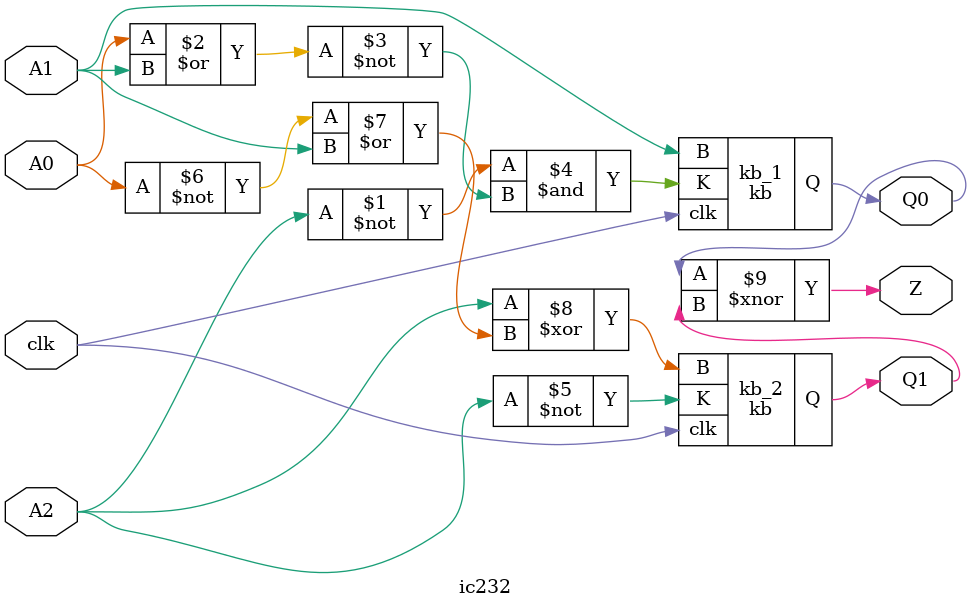
<source format=v>
`timescale 1ns / 1ps
module kb(
    input K,
    input B,
    input clk,
    output reg Q
    );
    
    initial begin
        Q = 0;
    end
    
    always@(posedge clk)
      begin
        if(K == 0 & B == 0)
          Q <= ~Q;
        else if(K == 0 & B == 1)
          Q <= 0;
        else if(K == 1 & B == 0)
          Q <= 1;
        else
          Q <= Q;
         end
    
    // write your code here

endmodule


module ic232(
    input A0,
    input A1,
    input A2,
    input clk,
    output Q0,
    output Q1,
    output Z
    );
  
  kb kb_1 ((~A2 & (A0 ~| A1)), (A1), (clk), (Q0));
  kb kb_2 ((~A2), (A2 ^ (~A0 | A1)), (clk), (Q1));
  
  assign Z = (Q0 ~^ Q1);
 
  
   
    // write your code here
    
endmodule




</source>
